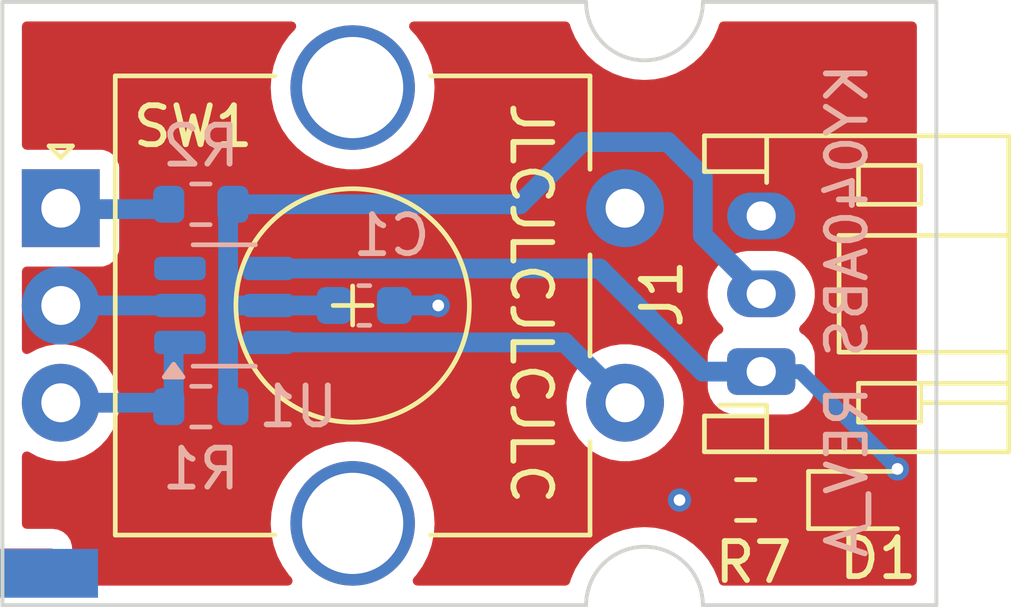
<source format=kicad_pcb>
(kicad_pcb (version 20240108) (generator "pcbnew") (generator_version "8.0")
  (layers (0 "F.Cu" signal) (31 "B.Cu" signal) (34 "B.Paste" user) (35 "F.Paste" user) (36 "B.SilkS" user "B.Silkscreen") (37 "F.SilkS" user "F.Silkscreen") (38 "B.Mask" user) (39 "F.Mask" user) (44 "Edge.Cuts" user))
  (net 0 "")
  (net 1 "GND")
  (net 2 "VCC")
  (net 3 "/SW_IN")
  (net 4 "/CLK_IN")
  (net 5 "Net-(D1-K)")
  (net 6 "/S1_IN")
  (net 7 "/SIG")
  (footprint "Resistor_SMD:R_0603_1608Metric" (layer "F.Cu") (at 158.1 77.5 180)
    (property "Reference" "R7" (at -0.2 -1.6 360) (layer "F.SilkS"))
    (property "Value" "1k")
    (fp_line (start -0.237258 0.5225) (end 0.237258 0.5225) (stroke (width 0.12)) (layer "F.SilkS"))
    (fp_line (start -0.237258 -0.5225) (end 0.237258 -0.5225) (stroke (width 0.12)) (layer "F.SilkS"))
    (pad "1" smd roundrect (at -0.825 0 180) (size 0.8 0.95) (layers "F.Cu" "F.Paste" "F.Mask") (net 5 "Net-(D1-K)"))
    (pad "2" smd roundrect (at 0.825 0 180) (size 0.8 0.95) (layers "F.Cu" "F.Paste" "F.Mask") (net 1 "GND"))
  )
  (footprint "Connector_JST:JST_PH_S3B-PH-K_1x03_P2.00mm_Horizontal" (layer "F.Cu") (at 158.5 74.2 90)
    (property "Reference" "J1" (at 2 -2.55 90) (layer "F.SilkS"))
    (property "Value" "Conn_01x03_Pin" (hide yes))
    (fp_line (start 6.06 -1.46) (end 5.14 -1.46) (stroke (width 0.12)) (layer "F.SilkS"))
    (fp_line (start 5.14 -1.46) (end 5.14 0.14) (stroke (width 0.12)) (layer "F.SilkS"))
    (fp_line (start -1.14 -1.46) (end -2.06 -1.46) (stroke (width 0.12)) (layer "F.SilkS"))
    (fp_line (start -2.06 -1.46) (end -2.06 6.36) (stroke (width 0.12)) (layer "F.SilkS"))
    (fp_line (start 6.06 0.14) (end 5.14 0.14) (stroke (width 0.12)) (layer "F.SilkS"))
    (fp_line (start 5.14 0.14) (end 4.86 0.14) (stroke (width 0.12)) (layer "F.SilkS"))
    (fp_line (start -0.86 0.14) (end -0.86 -1.075) (stroke (width 0.12)) (layer "F.SilkS"))
    (fp_line (start -0.86 0.14) (end -1.14 0.14) (stroke (width 0.12)) (layer "F.SilkS"))
    (fp_line (start -1.14 0.14) (end -1.14 -1.46) (stroke (width 0.12)) (layer "F.SilkS"))
    (fp_line (start -2.06 0.14) (end -1.14 0.14) (stroke (width 0.12)) (layer "F.SilkS"))
    (fp_line (start 3.5 2) (end 3.5 6.36) (stroke (width 0.12)) (layer "F.SilkS"))
    (fp_line (start 0.5 2) (end 3.5 2) (stroke (width 0.12)) (layer "F.SilkS"))
    (fp_line (start 5.3 2.5) (end 5.3 4.1) (stroke (width 0.12)) (layer "F.SilkS"))
    (fp_line (start 4.3 2.5) (end 5.3 2.5) (stroke (width 0.12)) (layer "F.SilkS"))
    (fp_line (start -0.3 2.5) (end -1.3 2.5) (stroke (width 0.12)) (layer "F.SilkS"))
    (fp_line (start -1.3 2.5) (end -1.3 4.1) (stroke (width 0.12)) (layer "F.SilkS"))
    (fp_line (start 5.3 4.1) (end 4.3 4.1) (stroke (width 0.12)) (layer "F.SilkS"))
    (fp_line (start 4.3 4.1) (end 4.3 2.5) (stroke (width 0.12)) (layer "F.SilkS"))
    (fp_line (start -0.3 4.1) (end -0.3 2.5) (stroke (width 0.12)) (layer "F.SilkS"))
    (fp_line (start -0.3 4.1) (end -0.3 6.36) (stroke (width 0.12)) (layer "F.SilkS"))
    (fp_line (start -0.8 4.1) (end -0.8 6.36) (stroke (width 0.12)) (layer "F.SilkS"))
    (fp_line (start -1.3 4.1) (end -0.3 4.1) (stroke (width 0.12)) (layer "F.SilkS"))
    (fp_line (start 6.06 6.36) (end 6.06 -1.46) (stroke (width 0.12)) (layer "F.SilkS"))
    (fp_line (start 0.5 6.36) (end 0.5 2) (stroke (width 0.12)) (layer "F.SilkS"))
    (fp_line (start -2.06 6.36) (end 6.06 6.36) (stroke (width 0.12)) (layer "F.SilkS"))
    (pad "1" thru_hole roundrect (at 0 0 90) (size 1.2 1.75) (drill 0.75) (layers "*.Cu" "*.Mask") (roundrect_rratio 0.208333) (net 7 "/SIG"))
    (pad "2" thru_hole oval (at 2 0 90) (size 1.2 1.75) (drill 0.75) (layers "*.Cu" "*.Mask") (net 2 "VCC"))
    (pad "3" thru_hole oval (at 4 0 90) (size 1.2 1.75) (drill 0.75) (layers "*.Cu" "*.Mask") (net 1 "GND"))
  )
  (footprint "Rotary_Encoder:RotaryEncoder_Alps_EC11E-Switch_Vertical_H20mm_CircularMountingHoles" (layer "F.Cu") (at 140.5 70)
    (property "Reference" "SW1" (at 3.4 -2.1 0) (layer "F.SilkS"))
    (property "Value" "RotaryEncoder_Switch" (hide yes))
    (fp_line (start -0.3 -1.6) (end 0.3 -1.6) (stroke (width 0.12)) (layer "F.SilkS"))
    (fp_line (start 0 -1.3) (end -0.3 -1.6) (stroke (width 0.12)) (layer "F.SilkS"))
    (fp_line (start 0.3 -1.6) (end 0 -1.3) (stroke (width 0.12)) (layer "F.SilkS"))
    (fp_line (start 1.4 -3.4) (end 1.4 8.4) (stroke (width 0.12)) (layer "F.SilkS"))
    (fp_line (start 5.5 -3.4) (end 1.4 -3.4) (stroke (width 0.12)) (layer "F.SilkS"))
    (fp_line (start 5.5 8.4) (end 1.4 8.4) (stroke (width 0.12)) (layer "F.SilkS"))
    (fp_line (start 7 2.5) (end 8 2.5) (stroke (width 0.12)) (layer "F.SilkS"))
    (fp_line (start 7.5 2) (end 7.5 3) (stroke (width 0.12)) (layer "F.SilkS"))
    (fp_line (start 9.5 -3.4) (end 13.6 -3.4) (stroke (width 0.12)) (layer "F.SilkS"))
    (fp_line (start 13.6 -3.4) (end 13.6 -1) (stroke (width 0.12)) (layer "F.SilkS"))
    (fp_line (start 13.6 1.2) (end 13.6 3.8) (stroke (width 0.12)) (layer "F.SilkS"))
    (fp_line (start 13.6 6) (end 13.6 8.4) (stroke (width 0.12)) (layer "F.SilkS"))
    (fp_line (start 13.6 8.4) (end 9.5 8.4) (stroke (width 0.12)) (layer "F.SilkS"))
    (fp_circle (center 7.5 2.5) (end 10.5 2.5) (stroke (width 0.12)) (fill none) (layer "F.SilkS"))
    (pad "A" thru_hole rect (at 0 0) (size 2 2) (drill 1) (layers "*.Cu" "*.Mask") (net 4 "/CLK_IN"))
    (pad "B" thru_hole circle (at 0 5) (size 2 2) (drill 1) (layers "*.Cu" "*.Mask") (net 3 "/SW_IN"))
    (pad "C" thru_hole circle (at 0 2.5) (size 2 2) (drill 1) (layers "*.Cu" "*.Mask") (net 1 "GND"))
    (pad "MP" thru_hole circle (at 7.5 -3.1) (size 3.2 3.2) (drill 2.6) (layers "*.Cu" "*.Mask"))
    (pad "MP" thru_hole circle (at 7.5 8.1) (size 3.2 3.2) (drill 2.6) (layers "*.Cu" "*.Mask"))
    (pad "S1" thru_hole circle (at 14.5 5) (size 2 2) (drill 1) (layers "*.Cu" "*.Mask") (net 6 "/S1_IN"))
    (pad "S2" thru_hole circle (at 14.5 0) (size 2 2) (drill 1) (layers "*.Cu" "*.Mask") (net 1 "GND"))
  )
  (footprint "LED_SMD:LED_0603_1608Metric" (layer "F.Cu") (at 161.2 77.5)
    (property "Reference" "D1" (at 0.3 1.5 0) (layer "F.SilkS"))
    (property "Value" "LED")
    (fp_line (start -1.485 -0.735) (end -1.485 0.735) (stroke (width 0.12)) (layer "F.SilkS"))
    (fp_line (start -1.485 0.735) (end 0.8 0.735) (stroke (width 0.12)) (layer "F.SilkS"))
    (fp_line (start 0.8 -0.735) (end -1.485 -0.735) (stroke (width 0.12)) (layer "F.SilkS"))
    (pad "1" smd roundrect (at -0.7875 0) (size 0.875 0.95) (layers "F.Cu" "F.Paste" "F.Mask") (net 5 "Net-(D1-K)"))
    (pad "2" smd roundrect (at 0.7875 0) (size 0.875 0.95) (layers "F.Cu" "F.Paste" "F.Mask") (net 7 "/SIG"))
  )
  (footprint "Capacitor_SMD:C_0603_1608Metric" (layer "B.Cu") (at 148.3 72.5)
    (property "Reference" "C1" (at 0.7 -1.8 0) (layer "B.SilkS") (effects (justify mirror)))
    (property "Value" ".1uF")
    (fp_line (start 0.14058 -0.51) (end -0.14058 -0.51) (stroke (width 0.12)) (layer "B.SilkS"))
    (fp_line (start 0.14058 0.51) (end -0.14058 0.51) (stroke (width 0.12)) (layer "B.SilkS"))
    (pad "1" smd roundrect (at -0.775 0) (size 0.9 0.95) (layers "B.Cu" "B.Paste" "B.Mask") (net 2 "VCC"))
    (pad "2" smd roundrect (at 0.775 0) (size 0.9 0.95) (layers "B.Cu" "B.Paste" "B.Mask") (net 1 "GND"))
  )
  (footprint "Resistor_SMD:R_0603_1608Metric" (layer "B.Cu") (at 144.1 75.1 180)
    (property "Reference" "R1" (at 0 -1.6 0) (layer "B.SilkS") (effects (justify mirror)))
    (property "Value" "2kR")
    (fp_line (start 0.237258 0.5225) (end -0.237258 0.5225) (stroke (width 0.12)) (layer "B.SilkS"))
    (fp_line (start 0.237258 -0.5225) (end -0.237258 -0.5225) (stroke (width 0.12)) (layer "B.SilkS"))
    (pad "1" smd roundrect (at -0.825 0 180) (size 0.8 0.95) (layers "B.Cu" "B.Paste" "B.Mask") (net 2 "VCC"))
    (pad "2" smd roundrect (at 0.825 0 180) (size 0.8 0.95) (layers "B.Cu" "B.Paste" "B.Mask") (net 3 "/SW_IN"))
  )
  (footprint "Package_TO_SOT_SMD:SOT-23-6" (layer "B.Cu") (at 144.7 72.5)
    (property "Reference" "U1" (at 1.9 2.6 0) (layer "B.SilkS") (effects (justify mirror)))
    (property "Value" "ATtiny10-TS" (hide yes))
    (fp_line (start -0.8 -1.56) (end 0 -1.56) (stroke (width 0.12)) (layer "B.SilkS"))
    (fp_line (start -0.8 1.56) (end 0 1.56) (stroke (width 0.12)) (layer "B.SilkS"))
    (fp_line (start 0.8 -1.56) (end 0 -1.56) (stroke (width 0.12)) (layer "B.SilkS"))
    (fp_line (start 0.8 1.56) (end 0 1.56) (stroke (width 0.12)) (layer "B.SilkS"))
    (fp_poly (pts (xy -1.3 1.51) (xy -1.54 1.84) (xy -1.06 1.84) (xy -1.3 1.51)) (stroke (width 0.12)) (fill solid) (layer "B.SilkS"))
    (pad "1" smd roundrect (at -1.1375 0.95) (size 1.325 0.6) (layers "B.Cu" "B.Paste" "B.Mask") (net 3 "/SW_IN"))
    (pad "2" smd roundrect (at -1.1375 0) (size 1.325 0.6) (layers "B.Cu" "B.Paste" "B.Mask") (net 1 "GND"))
    (pad "3" smd roundrect (at -1.1375 -0.95) (size 1.325 0.6) (layers "B.Cu" "B.Paste" "B.Mask") (net 4 "/CLK_IN"))
    (pad "4" smd roundrect (at 1.1375 -0.95) (size 1.325 0.6) (layers "B.Cu" "B.Paste" "B.Mask") (net 7 "/SIG"))
    (pad "5" smd roundrect (at 1.1375 0) (size 1.325 0.6) (layers "B.Cu" "B.Paste" "B.Mask") (net 2 "VCC"))
    (pad "6" smd roundrect (at 1.1375 0.95) (size 1.325 0.6) (layers "B.Cu" "B.Paste" "B.Mask") (net 6 "/S1_IN"))
  )
  (footprint "Resistor_SMD:R_0603_1608Metric" (layer "B.Cu") (at 144.1 69.9 180)
    (property "Reference" "R2" (at 0 1.5 0) (layer "B.SilkS") (effects (justify mirror)))
    (property "Value" "2kR")
    (fp_line (start 0.237258 0.5225) (end -0.237258 0.5225) (stroke (width 0.12)) (layer "B.SilkS"))
    (fp_line (start 0.237258 -0.5225) (end -0.237258 -0.5225) (stroke (width 0.12)) (layer "B.SilkS"))
    (pad "1" smd roundrect (at -0.825 0 180) (size 0.8 0.95) (layers "B.Cu" "B.Paste" "B.Mask") (net 2 "VCC"))
    (pad "2" smd roundrect (at 0.825 0 180) (size 0.8 0.95) (layers "B.Cu" "B.Paste" "B.Mask") (net 4 "/CLK_IN"))
  )
  (gr_poly (pts (xy 140.286 78.746) (xy 139 78.746) (xy 139 80) (xy 140.286 80)) (fill solid) (layer "F.Cu"))
  (gr_poly (pts (xy 141.456 78.756) (xy 138.938 78.756) (xy 138.938 80.01) (xy 141.456 80.01)) (fill solid) (layer "B.Cu"))
  (gr_line (start 154 64.7) (end 139 64.7) (stroke (width 0.1)) (layer "Edge.Cuts"))
  (gr_line (start 163 80.2) (end 157 80.2) (stroke (width 0.1)) (layer "Edge.Cuts"))
  (gr_line (start 163 64.7) (end 163 80.2) (stroke (width 0.1)) (layer "Edge.Cuts"))
  (gr_arc (start 154 80.2) (mid 155.5 78.7) (end 157 80.2) (stroke (width 0.1)) (layer "Edge.Cuts"))
  (gr_line (start 154 80.2) (end 139 80.2) (stroke (width 0.1)) (layer "Edge.Cuts"))
  (gr_arc (start 157 64.7) (mid 155.5 66.2) (end 154 64.7) (stroke (width 0.1)) (layer "Edge.Cuts"))
  (gr_line (start 139 80.2) (end 139 64.7) (stroke (width 0.1)) (layer "Edge.Cuts"))
  (gr_line (start 163 64.7) (end 157 64.7) (stroke (width 0.1)) (layer "Edge.Cuts"))
  (gr_text "KY040ABS REV_A\n\n" (at 162.9 66.2 90) (layer "B.SilkS") (effects (font (size 1 1)) (justify left bottom mirror)))
  (gr_text "JLCJLCJLCJLC" (at 152 67.2 -90) (layer "F.SilkS") (effects (font (size 1 1)) (justify left bottom)))
  (segment (start 157.275 77.5) (end 156.4 77.5) (width 0.381) (layer "F.Cu") (net 1))
  (via (at 150.2 72.5) (size 0.6) (drill 0.3) (layers "F.Cu" "B.Cu") (net 1))
  (via (at 156.4 77.5) (size 0.6) (drill 0.3) (layers "F.Cu" "B.Cu") (net 1))
  (segment (start 140.5 72.5) (end 143.5625 72.5) (width 0.508) (layer "B.Cu") (net 1))
  (segment (start 150.2 72.5) (end 149.075 72.5) (width 0.508) (layer "B.Cu") (net 1))
  (segment (start 157 70.7) (end 157 69.2) (width 0.508) (layer "B.Cu") (net 2))
  (segment (start 153.9 68.3) (end 152.3 69.9) (width 0.508) (layer "B.Cu") (net 2))
  (segment (start 145.8375 72.5) (end 144.9 72.5) (width 0.508) (layer "B.Cu") (net 2))
  (segment (start 158.5 72.2) (end 157 70.7) (width 0.508) (layer "B.Cu") (net 2))
  (segment (start 144.9 72.5) (end 144.8 72.5) (width 0.508) (layer "B.Cu") (net 2))
  (segment (start 144.8 72.6) (end 144.8 74.975) (width 0.508) (layer "B.Cu") (net 2))
  (segment (start 157 69.2) (end 156.1 68.3) (width 0.508) (layer "B.Cu") (net 2))
  (segment (start 144.8 72.5) (end 144.8 70.025) (width 0.508) (layer "B.Cu") (net 2))
  (segment (start 144.8 70.025) (end 144.925 69.9) (width 0.508) (layer "B.Cu") (net 2))
  (segment (start 144.8 74.975) (end 144.925 75.1) (width 0.508) (layer "B.Cu") (net 2))
  (segment (start 156.1 68.3) (end 153.9 68.3) (width 0.508) (layer "B.Cu") (net 2))
  (segment (start 152.3 69.9) (end 144.925 69.9) (width 0.508) (layer "B.Cu") (net 2))
  (segment (start 145.8375 72.5) (end 147.525 72.5) (width 0.508) (layer "B.Cu") (net 2))
  (segment (start 144.9 72.5) (end 144.8 72.6) (width 0.508) (layer "B.Cu") (net 2))
  (segment (start 140.5 75) (end 143.375 75) (width 0.508) (layer "B.Cu") (net 3))
  (segment (start 143.4 74.975) (end 143.4 73.6125) (width 0.508) (layer "B.Cu") (net 3))
  (segment (start 143.375 75) (end 143.4 74.975) (width 0.508) (layer "B.Cu") (net 3))
  (segment (start 143.4 73.6125) (end 143.5625 73.45) (width 0.508) (layer "B.Cu") (net 3))
  (segment (start 140.5 70) (end 140.6 70) (width 0.508) (layer "B.Cu") (net 4))
  (segment (start 140.6 70) (end 140.625 70.025) (width 0.508) (layer "B.Cu") (net 4))
  (segment (start 140.625 70.025) (end 143.4 70.025) (width 0.508) (layer "B.Cu") (net 4))
  (segment (start 158.925 77.5) (end 160.4125 77.5) (width 0.381) (layer "F.Cu") (net 5))
  (segment (start 145.8375 73.45) (end 153.45 73.45) (width 0.508) (layer "B.Cu") (net 6))
  (segment (start 153.45 73.45) (end 155 75) (width 0.508) (layer "B.Cu") (net 6))
  (segment (start 161.9875 77.5) (end 161.9875 76.7125) (width 0.381) (layer "F.Cu") (net 7))
  (segment (start 161.9875 76.7125) (end 162 76.7) (width 0.381) (layer "F.Cu") (net 7))
  (via (at 162 76.7) (size 0.6) (drill 0.3) (layers "F.Cu" "B.Cu") (net 7))
  (segment (start 159.5 74.2) (end 158.5 74.2) (width 0.381) (layer "B.Cu") (net 7))
  (segment (start 154.35 71.55) (end 145.8375 71.55) (width 0.508) (layer "B.Cu") (net 7))
  (segment (start 157 74.2) (end 154.35 71.55) (width 0.508) (layer "B.Cu") (net 7))
  (segment (start 162 76.7) (end 159.5 74.2) (width 0.381) (layer "B.Cu") (net 7))
  (segment (start 158.5 74.2) (end 157 74.2) (width 0.508) (layer "B.Cu") (net 7))
  (zone (net 1) (net_name "GND") (layer "F.Cu") (connect_pads yes (clearance 0.5)) (min_thickness 0.25) (fill yes (thermal_gap 0.5) (thermal_bridge_width 0.5))
    (polygon (pts (xy 163 65) (xy 163 80.2) (xy 157 80.2) (xy 154 80.2) (xy 139 80) (xy 139 65)))
  )
)
</source>
